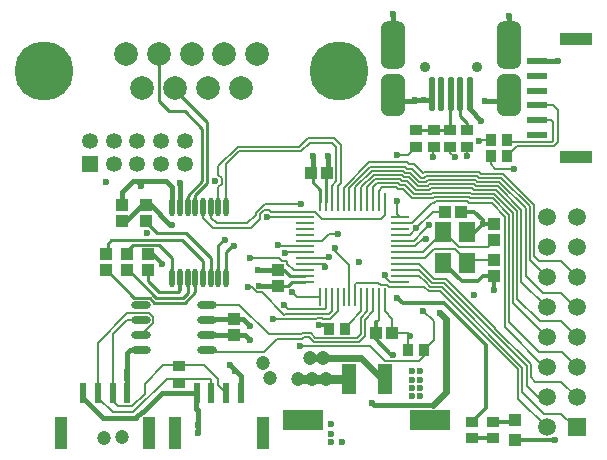
<source format=gtl>
G04 Layer_Physical_Order=1*
G04 Layer_Color=255*
%FSLAX44Y44*%
%MOMM*%
G71*
G01*
G75*
%ADD10R,0.6000X1.7000*%
%ADD11R,1.0000X2.8000*%
%ADD12R,1.7000X0.6000*%
%ADD13R,2.8000X1.0000*%
%ADD14R,3.4544X1.6510*%
%ADD15R,1.2700X2.5400*%
%ADD16R,1.0500X1.1000*%
%ADD17R,1.1000X1.0500*%
%ADD18O,0.2500X1.5500*%
%ADD19O,1.5500X0.2500*%
%ADD20R,1.0500X0.9000*%
%ADD21R,1.0000X1.0000*%
%ADD22R,0.9000X1.0500*%
%ADD23R,1.4000X1.8000*%
%ADD24O,0.4500X1.5500*%
%ADD25O,1.6500X0.6500*%
G04:AMPARAMS|DCode=26|XSize=3.5mm|YSize=2.05mm|CornerRadius=0.5125mm|HoleSize=0mm|Usage=FLASHONLY|Rotation=90.000|XOffset=0mm|YOffset=0mm|HoleType=Round|Shape=RoundedRectangle|*
%AMROUNDEDRECTD26*
21,1,3.5000,1.0250,0,0,90.0*
21,1,2.4750,2.0500,0,0,90.0*
1,1,1.0250,0.5125,1.2375*
1,1,1.0250,0.5125,-1.2375*
1,1,1.0250,-0.5125,-1.2375*
1,1,1.0250,-0.5125,1.2375*
%
%ADD26ROUNDEDRECTD26*%
G04:AMPARAMS|DCode=27|XSize=4mm|YSize=2.05mm|CornerRadius=0.5125mm|HoleSize=0mm|Usage=FLASHONLY|Rotation=90.000|XOffset=0mm|YOffset=0mm|HoleType=Round|Shape=RoundedRectangle|*
%AMROUNDEDRECTD27*
21,1,4.0000,1.0250,0,0,90.0*
21,1,2.9750,2.0500,0,0,90.0*
1,1,1.0250,0.5125,1.4875*
1,1,1.0250,0.5125,-1.4875*
1,1,1.0250,-0.5125,-1.4875*
1,1,1.0250,-0.5125,1.4875*
%
%ADD27ROUNDEDRECTD27*%
G04:AMPARAMS|DCode=28|XSize=3.5mm|YSize=2.05mm|CornerRadius=0.5125mm|HoleSize=0mm|Usage=FLASHONLY|Rotation=90.000|XOffset=0mm|YOffset=0mm|HoleType=Round|Shape=RoundedRectangle|*
%AMROUNDEDRECTD28*
21,1,3.5000,1.0250,0,0,90.0*
21,1,2.4750,2.0500,0,0,90.0*
1,1,1.0250,0.5125,1.2375*
1,1,1.0250,0.5125,-1.2375*
1,1,1.0250,-0.5125,-1.2375*
1,1,1.0250,-0.5125,1.2375*
%
%ADD28ROUNDEDRECTD28*%
G04:AMPARAMS|DCode=29|XSize=2.8mm|YSize=0.5mm|CornerRadius=0.125mm|HoleSize=0mm|Usage=FLASHONLY|Rotation=90.000|XOffset=0mm|YOffset=0mm|HoleType=Round|Shape=RoundedRectangle|*
%AMROUNDEDRECTD29*
21,1,2.8000,0.2500,0,0,90.0*
21,1,2.5500,0.5000,0,0,90.0*
1,1,0.2500,0.1250,1.2750*
1,1,0.2500,0.1250,-1.2750*
1,1,0.2500,-0.1250,-1.2750*
1,1,0.2500,-0.1250,1.2750*
%
%ADD29ROUNDEDRECTD29*%
%ADD30C,0.3000*%
%ADD31C,0.2000*%
%ADD32C,0.4000*%
%ADD33C,0.6000*%
%ADD34C,0.8000*%
%ADD35C,0.2500*%
%ADD36C,1.3500*%
%ADD37R,1.3500X1.3500*%
%ADD38C,2.0000*%
%ADD39C,5.0000*%
%ADD40R,1.5000X1.5000*%
%ADD41C,1.5000*%
%ADD42C,0.9000*%
%ADD43C,0.6000*%
%ADD44C,1.2000*%
D10*
X196525Y54500D02*
D03*
X184025D02*
D03*
X171525D02*
D03*
X159025D02*
D03*
X100500D02*
D03*
X88000D02*
D03*
X75500D02*
D03*
X63000D02*
D03*
D11*
X140525Y21000D02*
D03*
X215025D02*
D03*
X44500D02*
D03*
X119000D02*
D03*
D12*
X447000Y335500D02*
D03*
Y323000D02*
D03*
Y273000D02*
D03*
Y285500D02*
D03*
Y298000D02*
D03*
Y310500D02*
D03*
D13*
X480500Y354000D02*
D03*
Y254500D02*
D03*
D14*
X357102Y31650D02*
D03*
X249100D02*
D03*
D15*
X288000Y66194D02*
D03*
X318240D02*
D03*
D16*
X256250Y241000D02*
D03*
X269750D02*
D03*
X382750Y208000D02*
D03*
X369250D02*
D03*
X324750Y105000D02*
D03*
X311250D02*
D03*
D17*
X228000Y145250D02*
D03*
Y158750D02*
D03*
X191000Y103250D02*
D03*
Y116750D02*
D03*
X96000Y213750D02*
D03*
Y200250D02*
D03*
X116000D02*
D03*
Y213750D02*
D03*
X82000Y158250D02*
D03*
Y171750D02*
D03*
X100000D02*
D03*
Y158250D02*
D03*
X118000D02*
D03*
Y171750D02*
D03*
X411000Y184000D02*
D03*
Y197500D02*
D03*
Y166750D02*
D03*
Y153250D02*
D03*
D18*
X318500Y135750D02*
D03*
X313500D02*
D03*
X308500D02*
D03*
X303500D02*
D03*
X298500D02*
D03*
X293500D02*
D03*
X288500D02*
D03*
X283500D02*
D03*
X278500D02*
D03*
X273500D02*
D03*
X268500D02*
D03*
X263500D02*
D03*
Y216250D02*
D03*
X268500D02*
D03*
X273500D02*
D03*
X278500D02*
D03*
X283500D02*
D03*
X288500D02*
D03*
X293500D02*
D03*
X298500D02*
D03*
X303500D02*
D03*
X308500D02*
D03*
X313500D02*
D03*
X318500D02*
D03*
D19*
X250750Y148500D02*
D03*
Y153500D02*
D03*
Y158500D02*
D03*
Y173500D02*
D03*
Y178500D02*
D03*
Y183500D02*
D03*
Y188500D02*
D03*
Y193500D02*
D03*
Y198500D02*
D03*
Y203500D02*
D03*
X331250D02*
D03*
Y198500D02*
D03*
Y193500D02*
D03*
Y188500D02*
D03*
Y183500D02*
D03*
Y178500D02*
D03*
Y173500D02*
D03*
Y168500D02*
D03*
Y163500D02*
D03*
Y158500D02*
D03*
Y153500D02*
D03*
Y148500D02*
D03*
X250750Y168500D02*
D03*
Y163500D02*
D03*
D20*
X392000Y29950D02*
D03*
Y15950D02*
D03*
X410000Y29950D02*
D03*
Y15950D02*
D03*
X388000Y277000D02*
D03*
Y263000D02*
D03*
X374000Y277000D02*
D03*
Y263000D02*
D03*
X360000Y277000D02*
D03*
Y263000D02*
D03*
X144000Y63000D02*
D03*
Y77000D02*
D03*
X345000Y263000D02*
D03*
Y277000D02*
D03*
D21*
X429000Y31950D02*
D03*
Y14950D02*
D03*
D22*
X408000Y269000D02*
D03*
X422000D02*
D03*
X408000Y255000D02*
D03*
X422000D02*
D03*
X352000Y91000D02*
D03*
X338000D02*
D03*
X285000Y109000D02*
D03*
X271000D02*
D03*
D23*
X368000Y190799D02*
D03*
Y164799D02*
D03*
X388000D02*
D03*
Y190799D02*
D03*
D24*
X184000Y212250D02*
D03*
X177500D02*
D03*
X138500Y151750D02*
D03*
X145000D02*
D03*
X151500D02*
D03*
X158000D02*
D03*
X164500D02*
D03*
X171000D02*
D03*
X177500D02*
D03*
X184000D02*
D03*
X138500Y212250D02*
D03*
X145000D02*
D03*
X151500D02*
D03*
X158000D02*
D03*
X164500D02*
D03*
X171000D02*
D03*
D25*
X111750Y129050D02*
D03*
Y116350D02*
D03*
Y103650D02*
D03*
Y90950D02*
D03*
X168250Y129050D02*
D03*
Y116350D02*
D03*
Y103650D02*
D03*
Y90950D02*
D03*
D26*
X423500Y307000D02*
D03*
D27*
Y349500D02*
D03*
X325000D02*
D03*
D28*
Y307000D02*
D03*
D29*
X382250Y307250D02*
D03*
X390250D02*
D03*
X366250D02*
D03*
X358250D02*
D03*
X374250D02*
D03*
D30*
X429000Y14950D02*
X462950D01*
X122250Y171750D02*
X130000Y164000D01*
X118000Y171750D02*
X122250D01*
X324000Y87000D02*
X325000D01*
X311250Y99750D02*
X324000Y87000D01*
X311250Y99750D02*
Y105000D01*
X404000Y41950D02*
Y95000D01*
X368481Y130519D02*
X404000Y95000D01*
X333481Y130519D02*
X368481D01*
X392000Y29950D02*
X404000Y41950D01*
X263000Y112000D02*
X270000D01*
X411000Y197500D02*
X412000D01*
X401500D02*
X411000D01*
X401500D02*
Y200500D01*
X394000Y208000D02*
X401500Y200500D01*
X382750Y208000D02*
X394000D01*
X145000Y142000D02*
Y151750D01*
X411000Y152250D02*
X412000Y153250D01*
X411000Y142000D02*
Y152250D01*
X388000Y190799D02*
X394799D01*
X401500Y197500D01*
X368000Y164523D02*
Y164799D01*
Y164523D02*
X383523Y149000D01*
X397000D01*
X401250Y153250D01*
X412000D01*
X392000Y15950D02*
X410000D01*
Y29950D02*
X427000D01*
X429000Y31950D01*
X311250Y105000D02*
Y114250D01*
X329000Y135000D02*
X333481Y130519D01*
X82000Y172750D02*
X83750D01*
D31*
X347418Y81418D02*
X352000Y86000D01*
X318582Y81418D02*
X347418D01*
X306000Y94000D02*
X318582Y81418D01*
X338000Y105000D02*
X340000Y103000D01*
X324750Y105000D02*
X338000D01*
X365540Y140428D02*
X431476Y74492D01*
X355621Y140428D02*
X365540D01*
X352049Y144000D02*
X355621Y140428D01*
X322087Y144000D02*
X352049D01*
X347516Y153500D02*
X353000Y148016D01*
X357081Y143952D02*
X367000D01*
X353016Y148016D02*
X357081Y143952D01*
X353000Y148016D02*
X353016D01*
X347500Y158500D02*
X354000Y152000D01*
X408395Y107540D02*
Y107605D01*
X368524Y147476D02*
X408395Y107605D01*
X370000Y151000D02*
X411919Y109081D01*
X360000Y151000D02*
X370000D01*
X411919Y109000D02*
Y109081D01*
X358540Y147476D02*
X368524D01*
X354016Y152000D02*
X358540Y147476D01*
X354000Y152000D02*
X354016D01*
X347500Y163500D02*
X360000Y151000D01*
X331250Y153500D02*
X347516D01*
X331250Y158500D02*
X347500D01*
X331250Y163500D02*
X347500D01*
X338000Y101000D02*
X340000Y103000D01*
X289000Y113984D02*
X298500Y123484D01*
X184000Y237796D02*
Y248000D01*
Y237796D02*
X184048Y237748D01*
Y230252D02*
Y237748D01*
X184000Y230204D02*
X184048Y230252D01*
X184000Y212250D02*
Y230204D01*
X177500Y239312D02*
Y246484D01*
Y239312D02*
X180524Y236288D01*
Y231712D02*
Y236288D01*
X177500Y228688D02*
X180524Y231712D01*
X177500Y212250D02*
Y228688D01*
X233414Y120774D02*
X233688Y121048D01*
X271048D01*
X273500Y123500D01*
X233000Y129000D02*
X236524Y125476D01*
X267476D01*
X268500Y126500D01*
Y135750D01*
X278500Y123500D02*
Y135750D01*
X272000Y117000D02*
X278500Y123500D01*
X265812Y117000D02*
X272000D01*
X265288Y117524D02*
X265812Y117000D01*
X260712Y117524D02*
X265288D01*
X260188Y117000D02*
X260712Y117524D01*
X224000Y117000D02*
X260188D01*
X298000Y103984D02*
Y118000D01*
X295064Y101048D02*
X298000Y103984D01*
X259748Y101048D02*
X295064D01*
X301524Y102524D02*
Y116524D01*
X296524Y97524D02*
X301524Y102524D01*
X258288Y97524D02*
X296524D01*
X255748Y105048D02*
X259748Y101048D01*
X254288Y101524D02*
X258288Y97524D01*
X247000Y94000D02*
X306000D01*
X224000Y117000D02*
X225000Y116000D01*
X214462Y139726D02*
X233414Y120774D01*
X203000Y144000D02*
X205688D01*
X209962Y139726D02*
X214462D01*
X205688Y144000D02*
X209962Y139726D01*
X204000Y169000D02*
X229188D01*
X231664Y166524D01*
X234545D01*
X236024Y165046D01*
Y163976D02*
Y165046D01*
Y163976D02*
X241500Y158500D01*
X234500Y173500D02*
X250750D01*
X234000Y173000D02*
X234500Y173500D01*
X231711Y178524D02*
X250726D01*
X250750Y178500D01*
X231688D02*
X231711Y178524D01*
X229500Y178500D02*
X231688D01*
X241500Y158500D02*
X250750D01*
X228000Y180000D02*
X229500Y178500D01*
X240000Y140000D02*
X244250Y135750D01*
X263500D01*
X273500Y123500D02*
Y135750D01*
X248252Y105048D02*
X255748D01*
X247204Y104000D02*
X248252Y105048D01*
X220000Y104000D02*
X247204D01*
X249712Y101524D02*
X254288D01*
X248188Y100000D02*
X249712Y101524D01*
X227000Y100000D02*
X248188D01*
X352000Y86000D02*
Y91000D01*
X338000D02*
Y101000D01*
X359188Y208000D02*
X369250D01*
X345250Y194062D02*
X359188Y208000D01*
X345250Y193750D02*
Y194062D01*
X216728Y214524D02*
X247524D01*
X209452Y207248D02*
X216728Y214524D01*
X209452Y205452D02*
Y207248D01*
X202000Y198000D02*
X209452Y205452D01*
X221812Y208000D02*
X259000D01*
X220788Y209024D02*
X221812Y208000D01*
X216212Y209024D02*
X220788D01*
X212976Y205788D02*
X216212Y209024D01*
X212976Y201976D02*
Y205788D01*
X205000Y194000D02*
X212976Y201976D01*
X259000Y208000D02*
X265000Y202000D01*
X218500Y203500D02*
X250750D01*
X318500Y205500D02*
Y216250D01*
X315000Y202000D02*
X318500Y205500D01*
X265000Y202000D02*
X315000D01*
X173000Y194000D02*
X205000D01*
X164500Y202500D02*
X173000Y194000D01*
X164500Y202500D02*
Y212250D01*
X176000Y198000D02*
X202000D01*
X171000Y203000D02*
X176000Y198000D01*
X171000Y203000D02*
Y212250D01*
X195000Y259000D02*
X247657D01*
X194016Y263000D02*
X246000D01*
X184000Y248000D02*
X195000Y259000D01*
X177500Y246484D02*
X194016Y263000D01*
X293500Y147000D02*
X294500Y148000D01*
X322571Y148500D02*
X331250D01*
X318250Y152821D02*
X322571Y148500D01*
X329000Y205750D02*
X331250Y203500D01*
X329000Y205750D02*
Y217000D01*
X288500Y228435D02*
X306161Y246096D01*
X288500Y216250D02*
Y228435D01*
X283500Y216250D02*
Y228418D01*
X281048Y232540D02*
Y264609D01*
X278500Y216250D02*
Y229992D01*
X281048Y232540D01*
X277524Y234000D02*
Y262476D01*
X273500Y229976D02*
X277524Y234000D01*
X275485Y270172D02*
X281048Y264609D01*
X273828Y266172D02*
X277524Y262476D01*
X273500Y216250D02*
Y229976D01*
X253172Y270172D02*
X275485D01*
X246000Y263000D02*
X253172Y270172D01*
X254828Y266172D02*
X273828D01*
X247657Y259000D02*
X254828Y266172D01*
X168250Y129050D02*
X194950D01*
X308500Y123500D02*
Y135750D01*
X301524Y116524D02*
X308500Y123500D01*
X303500D02*
Y135750D01*
X298000Y118000D02*
X303500Y123500D01*
X293500Y135750D02*
Y147000D01*
X431476Y49724D02*
Y74492D01*
Y49724D02*
X455600Y25600D01*
X479400D02*
X481000D01*
X468000Y37000D02*
X479400Y25600D01*
X453000Y37000D02*
X468000D01*
X435000Y55000D02*
X453000Y37000D01*
X468400Y89000D02*
X481000Y76400D01*
X449000Y89000D02*
X468400D01*
X423548Y114452D02*
X449000Y89000D01*
X468000Y64000D02*
X481000Y51000D01*
X446000Y64000D02*
X468000D01*
X442048Y67952D02*
X446000Y64000D01*
X448000Y51000D02*
X455600D01*
X438524Y60476D02*
X448000Y51000D01*
X442048Y67952D02*
Y78871D01*
X411919Y109000D02*
X442048Y78871D01*
X438524Y60476D02*
Y77412D01*
X408395Y107540D02*
X438524Y77412D01*
X435000Y55000D02*
Y75952D01*
X367000Y143952D02*
X435000Y75952D01*
X420024Y110000D02*
X453624Y76400D01*
X360000Y99000D02*
Y115000D01*
X351000Y124000D02*
X360000Y115000D01*
X453624Y76400D02*
X455600D01*
X481000Y152600D02*
Y153000D01*
X468000Y166000D02*
X481000Y153000D01*
X449000Y166000D02*
X468000D01*
X479800Y127200D02*
X481000D01*
X468000Y139000D02*
X479800Y127200D01*
X452000Y139000D02*
X468000D01*
X481000Y101800D02*
Y102000D01*
X468000Y115000D02*
X481000Y102000D01*
X450000Y115000D02*
X468000D01*
X427072Y130328D02*
X455600Y101800D01*
X430596Y134404D02*
Y208174D01*
Y134404D02*
X450000Y115000D01*
X434120Y148680D02*
X455600Y127200D01*
X437644Y153356D02*
Y211094D01*
Y153356D02*
X452000Y139000D01*
X441168Y167032D02*
X455600Y152600D01*
X444692Y170308D02*
Y214013D01*
Y170308D02*
X449000Y166000D01*
X423548Y114452D02*
Y205255D01*
X427072Y130328D02*
Y206715D01*
X434120Y148680D02*
Y209634D01*
X441168Y167032D02*
Y212553D01*
X411000Y166750D02*
X412000D01*
X293500Y228451D02*
X307621Y242572D01*
X293500Y216250D02*
Y228451D01*
X313500Y225500D02*
X316476Y228476D01*
X313500Y216250D02*
Y225500D01*
X308500Y228500D02*
X312000Y232000D01*
X308500Y216250D02*
Y228500D01*
X303500Y228484D02*
X310540Y235524D01*
X303500Y216250D02*
Y228484D01*
X298500Y228467D02*
X309081Y239048D01*
X298500Y216250D02*
Y228467D01*
X422000Y255000D02*
X430476Y263476D01*
X461460D01*
X464984Y267000D01*
X465000D01*
X460000Y267000D02*
X461000Y268000D01*
X422000Y269000D02*
X424000Y267000D01*
X460000D01*
X88000Y104000D02*
X100350Y116350D01*
X111750D01*
Y103650D02*
X112216D01*
X122524Y113958D01*
Y118742D01*
X119142Y122124D02*
X122524Y118742D01*
X100467Y122124D02*
X119142D01*
X75500Y97157D02*
X100467Y122124D01*
X75500Y54500D02*
Y97157D01*
X88000Y54500D02*
Y104000D01*
X171525Y54500D02*
Y66475D01*
X177049Y61476D02*
Y66608D01*
Y61476D02*
X184025Y54500D01*
X75500Y50500D02*
Y54500D01*
Y50500D02*
X88000Y38000D01*
X105618D01*
X377923Y176323D02*
X387496Y166750D01*
X381230Y178000D02*
X406000D01*
X368430Y190799D02*
X381230Y178000D01*
X368000Y190799D02*
X368430D01*
X324750Y105000D02*
Y117250D01*
X318500Y123500D02*
X324750Y117250D01*
X318500Y123500D02*
Y135750D01*
X311250Y114250D02*
X313500Y116500D01*
Y135750D01*
X352000Y91000D02*
X360000Y99000D01*
X359954Y176323D02*
X377923D01*
X352131Y168500D02*
X359954Y176323D01*
X331250Y168500D02*
X352131D01*
X331250Y173500D02*
X350701D01*
X461000Y268000D02*
Y284000D01*
X459500Y285500D02*
X461000Y284000D01*
X447000Y285500D02*
X459500D01*
X465000Y267000D02*
Y294000D01*
X461000Y298000D02*
X465000Y294000D01*
X447000Y298000D02*
X461000D01*
X338704Y247976D02*
X342942D01*
X306161Y246096D02*
X335601D01*
X337245Y244452D01*
X341483D01*
X307621Y242572D02*
X334141D01*
X335785Y240928D01*
X340023D01*
X309081Y239048D02*
X332682D01*
X310540Y235524D02*
X331222D01*
X312000Y232000D02*
X329762D01*
X316476Y228476D02*
X328303D01*
X283500Y228418D02*
X304702Y249620D01*
X337061D01*
X338704Y247976D01*
X350701Y173500D02*
X368000Y190799D01*
X331250Y188500D02*
X340000D01*
X331250Y178500D02*
X343976D01*
X351476Y186000D01*
X331250Y198500D02*
X341500D01*
X340000Y188500D02*
X345250Y193750D01*
X351476Y186000D02*
X352476Y185000D01*
X352999D01*
X342812Y183500D02*
X350774Y191462D01*
Y191774D01*
X356000Y197000D01*
X331250Y183500D02*
X342812D01*
X328303Y228476D02*
X329947Y226832D01*
X329762Y232000D02*
X331406Y230356D01*
X331222Y235524D02*
X332866Y233880D01*
X332682Y239048D02*
X334325Y237404D01*
X329947Y226832D02*
X334168D01*
X331406Y230356D02*
X335644D01*
X332866Y233880D02*
X337104D01*
X334325Y237404D02*
X338563D01*
X271000Y170001D02*
X271999Y171000D01*
X250750Y168500D02*
X265015D01*
X265515Y169000D01*
X269999D01*
X271000Y170001D01*
X268000Y161000D02*
X268000Y161000D01*
X288500Y135750D02*
Y162500D01*
X275999Y175001D02*
X288500Y162500D01*
X420024Y110000D02*
Y203796D01*
X412000Y244000D02*
X428000D01*
X408000Y248000D02*
X412000Y244000D01*
X408000Y248000D02*
Y255000D01*
X398000Y268000D02*
X399000Y269000D01*
X408000D01*
X298500Y123484D02*
Y135750D01*
X318250Y152821D02*
Y154750D01*
X294500Y148000D02*
X313000D01*
X314976Y146024D01*
X320063D01*
X322087Y144000D01*
X275999Y175001D02*
Y177000D01*
X268000Y161000D02*
Y161000D01*
X267000Y162000D02*
X268000Y161000D01*
X271000Y170000D02*
Y170001D01*
X271000Y189000D02*
X279000D01*
X265500Y183500D02*
X271000Y189000D01*
X250750Y183500D02*
X265500D01*
X418437Y240268D02*
X444692Y214013D01*
X341483Y244452D02*
X349191Y236744D01*
X416977D02*
X441168Y212553D01*
X340023Y240928D02*
X347731Y233220D01*
X415518D02*
X437644Y211094D01*
X388000Y255000D02*
Y263000D01*
X374000Y258000D02*
X378000Y254000D01*
X359000Y254000D02*
X360000Y255000D01*
X359000Y254000D02*
Y262000D01*
X360000Y263000D01*
X329000Y256000D02*
X338000D01*
X345000Y263000D01*
X338563Y237404D02*
X346271Y229696D01*
X414058D02*
X434120Y209634D01*
X337104Y233880D02*
X344812Y226172D01*
X412598D02*
X430596Y208174D01*
X335644Y230356D02*
X343352Y222648D01*
X411139D02*
X427072Y206715D01*
X409679Y219124D02*
X423548Y205255D01*
X334168Y226832D02*
X341876Y219124D01*
X341500Y198500D02*
X358000Y215000D01*
X408820D02*
X420024Y203796D01*
X389505Y220548D02*
X390929Y219124D01*
X409679D01*
X390965Y224072D02*
X392389Y222648D01*
X411139D01*
X392425Y227596D02*
X393848Y226172D01*
X412598D01*
X393884Y231120D02*
X395308Y229696D01*
X414058D01*
X395344Y234644D02*
X396768Y233220D01*
X415518D01*
X396803Y238168D02*
X398227Y236744D01*
X416977D01*
X398263Y241692D02*
X399687Y240268D01*
X418437D01*
X341876Y219124D02*
X359071D01*
X360495Y220548D01*
X343352Y222648D02*
X357611D01*
X359035Y224072D01*
X344812Y226172D02*
X356152D01*
X357576Y227596D01*
X346271Y229696D02*
X354692D01*
X356116Y231120D01*
X347731Y233220D02*
X353232D01*
X354656Y234644D01*
X349191Y236744D02*
X351773D01*
X353197Y238168D01*
X342942Y247976D02*
X350482Y240437D01*
X350482D01*
X351737Y241692D01*
X360495Y220548D02*
X389505D01*
X359035Y224072D02*
X390965D01*
X357576Y227596D02*
X392425D01*
X356116Y231120D02*
X393884D01*
X354656Y234644D02*
X395344D01*
X353197Y238168D02*
X396803D01*
X351737Y241692D02*
X398263D01*
X390070Y215000D02*
X408820D01*
X358000D02*
X359930D01*
X361954Y217024D01*
X388046D01*
X390070Y215000D01*
X374000Y258000D02*
Y263000D01*
X168250Y90950D02*
X170200Y89000D01*
X194950Y129050D02*
X220000Y104000D01*
X170200Y89000D02*
X216000D01*
X227000Y100000D01*
X165657Y78000D02*
X177049Y66608D01*
X105618Y38000D02*
X134094Y66475D01*
X88000Y48000D02*
Y54500D01*
Y48000D02*
X92524Y43476D01*
X104545D01*
X115000Y53931D01*
Y62000D01*
X131000Y78000D01*
X406000Y178000D02*
X412000Y184000D01*
X250750Y163500D02*
X268500D01*
X267000Y162000D02*
X268500Y163500D01*
X387496Y166750D02*
X411000D01*
X131000Y78000D02*
X165657D01*
X134094Y66475D02*
X171525D01*
D32*
X390250Y294750D02*
X400000Y285000D01*
X390250Y294750D02*
Y307250D01*
X308000Y46000D02*
X309571Y44429D01*
X359429D01*
X137000Y197000D02*
X138000D01*
X120250Y213750D02*
X137000Y197000D01*
X111734Y212750D02*
X116000D01*
Y213750D02*
X120250D01*
X96000D02*
Y225000D01*
X98234Y199250D02*
X111734Y212750D01*
X96000Y199250D02*
X98234D01*
X212250Y145250D02*
X228000D01*
X145000Y212250D02*
Y232000D01*
X138500Y212250D02*
Y228500D01*
X133000Y234000D02*
X138500Y228500D01*
X96000Y225000D02*
X105000Y234000D01*
X447000Y335500D02*
X465500D01*
X198250Y116750D02*
X204000Y111000D01*
X191000Y116750D02*
X198250D01*
X199750Y103250D02*
X204000Y99000D01*
X191000Y103250D02*
X199750D01*
X168250Y103650D02*
X168650Y103250D01*
X191000D01*
X168250Y116350D02*
X168650Y116750D01*
X191000D01*
X270750Y239000D02*
Y255000D01*
X211250Y158750D02*
X228000D01*
X80040Y33476D02*
X107826D01*
X129555Y54500D02*
X159025D01*
X63000Y50516D02*
Y54500D01*
Y50516D02*
X80040Y33476D01*
X107826D02*
Y33809D01*
X112540Y38524D02*
X113579D01*
X107826Y33809D02*
X112540Y38524D01*
X113579D02*
X129555Y54500D01*
X325000Y344500D02*
Y375000D01*
X423500Y344500D02*
Y373500D01*
X403000Y302000D02*
X423500D01*
X325000D02*
X344000D01*
X351250Y302250D02*
X358250D01*
X344250D02*
X351250D01*
X344000Y302000D02*
X344250Y302250D01*
X160000Y21000D02*
Y27000D01*
X160000Y27000D01*
Y40000D01*
X159000Y41000D02*
X160000Y40000D01*
X159000Y41000D02*
Y54475D01*
X159025Y54500D01*
X102950Y90950D02*
X111750D01*
X196525Y54500D02*
Y68475D01*
X187000Y78000D02*
X196525Y68475D01*
X100000Y55000D02*
X100500Y54500D01*
X100000Y55000D02*
Y67000D01*
Y88000D01*
X102950Y90950D01*
X110000Y232000D02*
Y234000D01*
Y232000D02*
X112000Y230000D01*
X105000Y234000D02*
X110000D01*
X96000Y212750D02*
Y213750D01*
X112000Y234000D02*
X133000D01*
X257250Y239000D02*
Y254750D01*
D33*
X359429Y44429D02*
X370000Y55000D01*
Y117000D01*
X365000Y122000D02*
X370000Y117000D01*
X255000Y84000D02*
X266000D01*
X255000Y84000D02*
X255000Y84000D01*
X266000D02*
X298000D01*
X298000Y84000D01*
X315806Y66194D02*
X318240D01*
X298000Y84000D02*
X315806Y66194D01*
D34*
X245194D02*
X257000D01*
X288000D01*
D35*
X146976Y184024D02*
X164500Y166500D01*
X87024Y184024D02*
X146976D01*
X83750Y180750D02*
X87024Y184024D01*
X127000Y180000D02*
X138500Y168500D01*
X105000Y180000D02*
X127000D01*
X100000Y175000D02*
X105000Y180000D01*
X118000Y158250D02*
Y159250D01*
Y149000D02*
Y158250D01*
X189000Y179000D02*
X191000D01*
X184000Y174000D02*
X189000Y179000D01*
X182000Y184000D02*
X183000D01*
X177500Y179500D02*
X182000Y184000D01*
X158000Y222309D02*
X168024Y232333D01*
X151500Y221500D02*
X164000Y234000D01*
X158000Y212250D02*
Y222309D01*
X151500Y212250D02*
Y221500D01*
X184000Y151750D02*
Y174000D01*
X177500Y151750D02*
Y179500D01*
X141000Y311000D02*
Y312800D01*
Y311000D02*
X168024Y283976D01*
Y232333D02*
Y283976D01*
X164000Y234000D02*
Y278000D01*
X127150Y301850D02*
Y341200D01*
Y301850D02*
X136000Y293000D01*
X149000D01*
X164000Y278000D01*
X116000Y199250D02*
X125250Y190000D01*
X150000D01*
X171000Y169000D01*
Y151750D02*
Y169000D01*
X83750Y172750D02*
Y180750D01*
X164500Y151750D02*
Y166500D01*
X100000Y172750D02*
Y175000D01*
X138500Y151750D02*
Y168500D01*
X158000Y139619D02*
Y151750D01*
X149358Y130976D02*
X158000Y139619D01*
X123343Y130976D02*
X149358D01*
X119245Y135074D02*
X123343Y130976D01*
X106176Y135074D02*
X119245D01*
X125010Y135000D02*
X147691D01*
X151500Y138809D02*
Y151750D01*
X147691Y135000D02*
X151500Y138809D01*
X143000Y140000D02*
X145000Y142000D01*
X127000Y140000D02*
X143000D01*
X118000Y149000D02*
X127000Y140000D01*
X268500Y216250D02*
Y236750D01*
X270750Y239000D01*
X263500Y216250D02*
Y226500D01*
X257250Y232750D02*
X263500Y226500D01*
X257250Y232750D02*
Y239000D01*
X238500Y153500D02*
X250750D01*
X233250Y158750D02*
X238500Y153500D01*
X228000Y158750D02*
X233250D01*
X239500Y148500D02*
X250750D01*
X236250Y145250D02*
X239500Y148500D01*
X228000Y145250D02*
X236250D01*
X374000Y302000D02*
X374250Y302250D01*
X374000Y277000D02*
Y302000D01*
X345000Y277000D02*
X360000D01*
X374000D01*
X382250Y289000D02*
X388000Y283250D01*
Y277000D02*
Y283250D01*
X382250Y289000D02*
Y302250D01*
X100760Y159250D02*
X125010Y135000D01*
X100000Y159250D02*
X100760D01*
X82000D02*
X106176Y135074D01*
D36*
X149000Y268000D02*
D03*
X129000D02*
D03*
X109000D02*
D03*
X89000D02*
D03*
X69000D02*
D03*
X149000Y248000D02*
D03*
X129000D02*
D03*
X109000D02*
D03*
X89000D02*
D03*
D37*
X69000D02*
D03*
D38*
X99450Y341200D02*
D03*
X127150D02*
D03*
X154850D02*
D03*
X182550D02*
D03*
X210250D02*
D03*
X113300Y312800D02*
D03*
X141000D02*
D03*
X168700D02*
D03*
X196400D02*
D03*
D39*
X29900Y327000D02*
D03*
X279800D02*
D03*
D40*
X481000Y25600D02*
D03*
D41*
X455600D02*
D03*
X481000Y51000D02*
D03*
X455600D02*
D03*
X481000Y76400D02*
D03*
X455600D02*
D03*
X481000Y101800D02*
D03*
X455600D02*
D03*
X481000Y127200D02*
D03*
X455600D02*
D03*
X481000Y152600D02*
D03*
X455600D02*
D03*
X481000Y178000D02*
D03*
X455600D02*
D03*
X481000Y203400D02*
D03*
X455600D02*
D03*
D42*
X396250Y330500D02*
D03*
X352250D02*
D03*
D43*
X462950Y14950D02*
D03*
X130000Y164000D02*
D03*
X325000Y87000D02*
D03*
X400000Y285000D02*
D03*
X403000Y302000D02*
D03*
X308000Y46000D02*
D03*
X348269Y51530D02*
D03*
X341159D02*
D03*
X394000Y137000D02*
D03*
X365000Y122000D02*
D03*
X340000Y103000D02*
D03*
X348269Y72860D02*
D03*
Y65750D02*
D03*
Y58640D02*
D03*
X341159Y72860D02*
D03*
Y65750D02*
D03*
Y58640D02*
D03*
X273000Y20000D02*
D03*
Y28000D02*
D03*
X282000Y13000D02*
D03*
X273000D02*
D03*
X175000Y234000D02*
D03*
X82000Y233000D02*
D03*
X112000Y230000D02*
D03*
X138000Y197000D02*
D03*
X117000Y190000D02*
D03*
X247000Y94000D02*
D03*
X224000Y117000D02*
D03*
X203000Y144000D02*
D03*
X212250Y145250D02*
D03*
X204000Y169000D02*
D03*
X234000Y173000D02*
D03*
X228000Y180000D02*
D03*
X240000Y140000D02*
D03*
X233000Y129000D02*
D03*
X263000Y112000D02*
D03*
X218500Y203500D02*
D03*
X145000Y232000D02*
D03*
X191000Y179000D02*
D03*
X183000Y184000D02*
D03*
X296250Y165750D02*
D03*
X465500Y335500D02*
D03*
X329000Y217000D02*
D03*
X247524Y214524D02*
D03*
X204000Y99000D02*
D03*
Y111000D02*
D03*
X270750Y255000D02*
D03*
X257250Y254750D02*
D03*
X211250Y158750D02*
D03*
X351000Y124000D02*
D03*
X411000Y142000D02*
D03*
X401500Y197500D02*
D03*
X351250Y302250D02*
D03*
X325000Y375000D02*
D03*
X423500Y373500D02*
D03*
X345250Y193750D02*
D03*
X352999Y185000D02*
D03*
X356000Y197000D02*
D03*
X344250Y302250D02*
D03*
X329000Y256000D02*
D03*
X428000Y244000D02*
D03*
X398000Y268000D02*
D03*
X160000Y21000D02*
D03*
X160000Y27000D02*
D03*
X187000Y78000D02*
D03*
X191763Y73238D02*
D03*
X318250Y154750D02*
D03*
X329000Y135000D02*
D03*
X275999Y177000D02*
D03*
X268000Y161000D02*
D03*
X271000Y170000D02*
D03*
X279000Y189000D02*
D03*
X388000Y255000D02*
D03*
X378000Y254000D02*
D03*
X359000Y254000D02*
D03*
X100000Y67000D02*
D03*
Y72000D02*
D03*
D44*
X221000Y67000D02*
D03*
X266000Y84000D02*
D03*
X81000Y16000D02*
D03*
X96250Y17000D02*
D03*
X245194Y66194D02*
D03*
X255000Y84000D02*
D03*
X257000Y66194D02*
D03*
X269000Y66000D02*
D03*
X215000Y80000D02*
D03*
M02*

</source>
